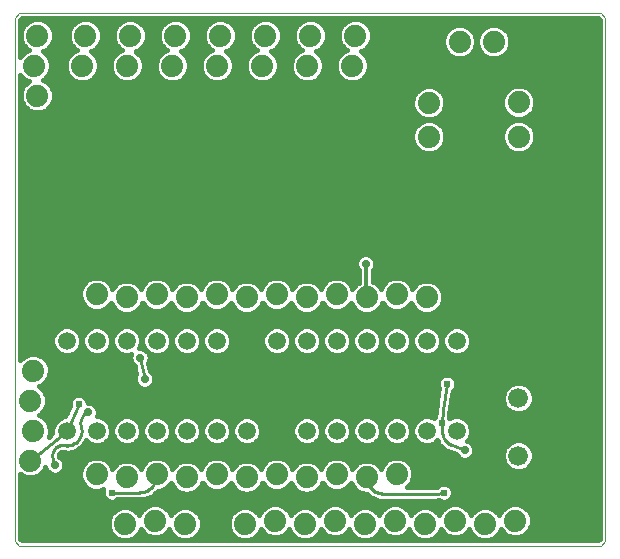
<source format=gbl>
G75*
G70*
%OFA0B0*%
%FSLAX24Y24*%
%IPPOS*%
%LPD*%
%AMOC8*
5,1,8,0,0,1.08239X$1,22.5*
%
%ADD10C,0.0000*%
%ADD11C,0.0591*%
%ADD12C,0.0660*%
%ADD13C,0.0740*%
%ADD14C,0.0356*%
%ADD15C,0.0160*%
%ADD16C,0.0277*%
%ADD17C,0.0100*%
%ADD18C,0.0240*%
%ADD19C,0.0120*%
D10*
X002337Y003180D02*
X002337Y003180D01*
X002180Y003337D01*
X002180Y003338D02*
X002180Y020778D01*
X002337Y020936D01*
X021708Y020936D01*
X021865Y020778D01*
X021865Y003337D01*
X021865Y003337D01*
X021708Y003180D01*
X021707Y003180D02*
X002337Y003180D01*
D11*
X003908Y007015D03*
X004908Y007015D03*
X005908Y007015D03*
X006908Y007015D03*
X007908Y007015D03*
X008908Y007015D03*
X009908Y007015D03*
X010908Y007015D03*
X011908Y007015D03*
X012908Y007015D03*
X013908Y007015D03*
X014908Y007015D03*
X015908Y007015D03*
X016908Y007015D03*
X016908Y010015D03*
X015908Y010015D03*
X014908Y010015D03*
X013908Y010015D03*
X012908Y010015D03*
X011908Y010015D03*
X010908Y010015D03*
X009908Y010015D03*
X008908Y010015D03*
X007908Y010015D03*
X006908Y010015D03*
X005908Y010015D03*
X004908Y010015D03*
X003908Y010015D03*
D12*
X018965Y008097D03*
X018965Y006176D03*
D13*
X018857Y004017D03*
X019857Y003917D03*
X017857Y003917D03*
X016857Y004017D03*
X015857Y003917D03*
X014857Y004017D03*
X013857Y003917D03*
X012857Y004017D03*
X011857Y003917D03*
X010857Y004017D03*
X009857Y003917D03*
X008857Y004017D03*
X007857Y003917D03*
X006857Y004017D03*
X005857Y003917D03*
X004857Y004017D03*
X005908Y005465D03*
X004908Y005565D03*
X006908Y005565D03*
X007908Y005465D03*
X008908Y005565D03*
X009908Y005465D03*
X010908Y005565D03*
X011908Y005465D03*
X012908Y005565D03*
X013908Y005465D03*
X014908Y005565D03*
X015908Y005465D03*
X015908Y011465D03*
X014908Y011565D03*
X013908Y011465D03*
X012908Y011565D03*
X011908Y011465D03*
X010908Y011565D03*
X009908Y011465D03*
X008908Y011565D03*
X007908Y011465D03*
X006908Y011565D03*
X005908Y011465D03*
X004908Y011565D03*
X002794Y011015D03*
X002694Y010015D03*
X002794Y009015D03*
X002694Y008015D03*
X002794Y007015D03*
X002694Y006015D03*
X002831Y017180D03*
X002931Y018180D03*
X002831Y019180D03*
X002931Y020180D03*
X004530Y020181D03*
X004430Y019181D03*
X004530Y018181D03*
X006026Y018181D03*
X005926Y019181D03*
X006026Y020181D03*
X007532Y020181D03*
X007432Y019181D03*
X007532Y018181D03*
X009028Y018182D03*
X008928Y019182D03*
X009028Y020182D03*
X010432Y019183D03*
X010532Y018183D03*
X012036Y018183D03*
X011936Y019183D03*
X012036Y020183D03*
X010532Y020183D03*
X013429Y019183D03*
X013529Y018183D03*
X013529Y020183D03*
X015983Y017950D03*
X015983Y016810D03*
X018978Y016814D03*
X018978Y017954D03*
X018146Y019982D03*
X017006Y019982D03*
D14*
X013719Y013889D03*
X013189Y008710D03*
X008011Y008419D03*
X019782Y011645D03*
X021121Y013828D03*
X020373Y007117D03*
X021352Y005387D03*
D15*
X021685Y005399D02*
X015434Y005399D01*
X015458Y005456D02*
X015458Y005675D01*
X015374Y005877D01*
X015219Y006032D01*
X015017Y006115D01*
X014798Y006115D01*
X014596Y006032D01*
X014441Y005877D01*
X014387Y005746D01*
X014374Y005777D01*
X014219Y005932D01*
X014017Y006015D01*
X013798Y006015D01*
X013596Y005932D01*
X013441Y005777D01*
X013428Y005746D01*
X013374Y005877D01*
X013219Y006032D01*
X013017Y006115D01*
X012798Y006115D01*
X012596Y006032D01*
X012441Y005877D01*
X012387Y005746D01*
X012374Y005777D01*
X012219Y005932D01*
X012017Y006015D01*
X011798Y006015D01*
X011596Y005932D01*
X011441Y005777D01*
X011428Y005746D01*
X011374Y005877D01*
X011219Y006032D01*
X011017Y006115D01*
X010798Y006115D01*
X010596Y006032D01*
X010441Y005877D01*
X010387Y005746D01*
X010374Y005777D01*
X010219Y005932D01*
X010017Y006015D01*
X009798Y006015D01*
X009596Y005932D01*
X009441Y005777D01*
X009428Y005746D01*
X009374Y005877D01*
X009219Y006032D01*
X009017Y006115D01*
X008798Y006115D01*
X008596Y006032D01*
X008441Y005877D01*
X008387Y005746D01*
X008374Y005777D01*
X008219Y005932D01*
X008017Y006015D01*
X007798Y006015D01*
X007596Y005932D01*
X007441Y005777D01*
X007428Y005746D01*
X007374Y005877D01*
X007219Y006032D01*
X007017Y006115D01*
X006798Y006115D01*
X006596Y006032D01*
X006441Y005877D01*
X006387Y005746D01*
X006374Y005777D01*
X006219Y005932D01*
X006017Y006015D01*
X005798Y006015D01*
X005596Y005932D01*
X005441Y005777D01*
X005428Y005746D01*
X005374Y005877D01*
X005219Y006032D01*
X005017Y006115D01*
X004798Y006115D01*
X004596Y006032D01*
X004441Y005877D01*
X004358Y005675D01*
X004358Y005456D01*
X004441Y005254D01*
X004596Y005099D01*
X004798Y005015D01*
X005017Y005015D01*
X005129Y005062D01*
X005108Y005011D01*
X005108Y004892D01*
X005154Y004782D01*
X005238Y004697D01*
X005349Y004652D01*
X005468Y004652D01*
X005578Y004697D01*
X005603Y004722D01*
X006481Y004722D01*
X006790Y004852D01*
X006947Y005015D01*
X007017Y005015D01*
X007219Y005099D01*
X007374Y005254D01*
X007387Y005285D01*
X007441Y005154D01*
X007596Y004999D01*
X007798Y004915D01*
X008017Y004915D01*
X008219Y004999D01*
X008374Y005154D01*
X008428Y005285D01*
X008441Y005254D01*
X008596Y005099D01*
X008798Y005015D01*
X009017Y005015D01*
X009219Y005099D01*
X009374Y005254D01*
X009387Y005285D01*
X009441Y005154D01*
X009596Y004999D01*
X009798Y004915D01*
X010017Y004915D01*
X010219Y004999D01*
X010374Y005154D01*
X010428Y005285D01*
X010441Y005254D01*
X010596Y005099D01*
X010798Y005015D01*
X011017Y005015D01*
X011219Y005099D01*
X011374Y005254D01*
X011387Y005285D01*
X011441Y005154D01*
X011596Y004999D01*
X011798Y004915D01*
X012017Y004915D01*
X012219Y004999D01*
X012374Y005154D01*
X012428Y005285D01*
X012441Y005254D01*
X012596Y005099D01*
X012798Y005015D01*
X013017Y005015D01*
X013219Y005099D01*
X013374Y005254D01*
X013387Y005285D01*
X013441Y005154D01*
X013596Y004999D01*
X013798Y004915D01*
X013905Y004915D01*
X014020Y004801D01*
X014308Y004682D01*
X014462Y004682D01*
X016119Y004682D01*
X016134Y004671D01*
X016212Y004682D01*
X016291Y004682D01*
X016304Y004695D01*
X016306Y004696D01*
X016412Y004652D01*
X016531Y004652D01*
X016641Y004697D01*
X016726Y004782D01*
X016771Y004892D01*
X016771Y005011D01*
X016726Y005122D01*
X016641Y005206D01*
X016531Y005252D01*
X016412Y005252D01*
X016301Y005206D01*
X016247Y005152D01*
X016179Y005142D01*
X015262Y005142D01*
X015374Y005254D01*
X015458Y005456D01*
X015458Y005558D02*
X021685Y005558D01*
X021685Y005716D02*
X019187Y005716D01*
X019254Y005744D02*
X019397Y005887D01*
X019475Y006075D01*
X019475Y006278D01*
X019397Y006465D01*
X019254Y006608D01*
X019066Y006686D01*
X018864Y006686D01*
X018676Y006608D01*
X018533Y006465D01*
X018455Y006278D01*
X018455Y006075D01*
X018533Y005887D01*
X018676Y005744D01*
X018864Y005666D01*
X019066Y005666D01*
X019254Y005744D01*
X019385Y005875D02*
X021685Y005875D01*
X021685Y006033D02*
X019458Y006033D01*
X019475Y006192D02*
X021685Y006192D01*
X021685Y006350D02*
X019445Y006350D01*
X019354Y006509D02*
X021685Y006509D01*
X021685Y006667D02*
X019112Y006667D01*
X018818Y006667D02*
X017293Y006667D01*
X017249Y006685D02*
X017310Y006746D01*
X017383Y006921D01*
X017383Y007110D01*
X017310Y007285D01*
X017177Y007418D01*
X017002Y007491D01*
X016813Y007491D01*
X016672Y007432D01*
X016667Y007444D01*
X016658Y007453D01*
X016669Y007578D01*
X016755Y008213D01*
X016779Y008339D01*
X016844Y008404D01*
X016889Y008514D01*
X016889Y008633D01*
X016844Y008744D01*
X016759Y008828D01*
X016649Y008874D01*
X016530Y008874D01*
X016420Y008828D01*
X016335Y008744D01*
X016289Y008633D01*
X016289Y008514D01*
X016325Y008429D01*
X016296Y008291D01*
X016205Y007625D01*
X016196Y007482D01*
X016158Y007444D01*
X016151Y007429D01*
X016002Y007491D01*
X015813Y007491D01*
X015638Y007418D01*
X015505Y007285D01*
X015432Y007110D01*
X015432Y006921D01*
X015505Y006746D01*
X015638Y006613D01*
X015813Y006540D01*
X016002Y006540D01*
X016177Y006613D01*
X016260Y006695D01*
X016326Y006551D01*
X016535Y006359D01*
X016579Y006343D01*
X016579Y006343D01*
X016609Y006332D01*
X016668Y006310D01*
X016730Y006288D01*
X016893Y006229D01*
X016910Y006188D01*
X016999Y006099D01*
X017117Y006050D01*
X017243Y006050D01*
X017361Y006099D01*
X017450Y006188D01*
X017499Y006306D01*
X017499Y006432D01*
X017450Y006550D01*
X017361Y006639D01*
X017249Y006685D01*
X017343Y006826D02*
X021685Y006826D01*
X021685Y006984D02*
X017383Y006984D01*
X017369Y007143D02*
X021685Y007143D01*
X021685Y007301D02*
X017294Y007301D01*
X017077Y007460D02*
X021685Y007460D01*
X021685Y007618D02*
X019141Y007618D01*
X019066Y007587D02*
X019254Y007665D01*
X019397Y007808D01*
X019475Y007996D01*
X019475Y008199D01*
X019397Y008386D01*
X019254Y008530D01*
X019066Y008607D01*
X018864Y008607D01*
X018676Y008530D01*
X018533Y008386D01*
X018455Y008199D01*
X018455Y007996D01*
X018533Y007808D01*
X018676Y007665D01*
X018864Y007587D01*
X019066Y007587D01*
X018790Y007618D02*
X016674Y007618D01*
X016659Y007460D02*
X016738Y007460D01*
X016696Y007777D02*
X018565Y007777D01*
X018480Y007935D02*
X016717Y007935D01*
X016739Y008094D02*
X018455Y008094D01*
X018477Y008252D02*
X016763Y008252D01*
X016847Y008411D02*
X018557Y008411D01*
X018771Y008569D02*
X016889Y008569D01*
X016850Y008728D02*
X021685Y008728D01*
X021685Y008886D02*
X006792Y008886D01*
X006781Y008912D02*
X006691Y009001D01*
X006683Y009005D01*
X006653Y009135D01*
X006625Y009264D01*
X006672Y009376D01*
X006672Y009503D01*
X006623Y009620D01*
X006534Y009710D01*
X006417Y009759D01*
X006316Y009759D01*
X006383Y009921D01*
X006383Y010110D01*
X006310Y010285D01*
X006177Y010418D01*
X006002Y010491D01*
X005813Y010491D01*
X005638Y010418D01*
X005505Y010285D01*
X005432Y010110D01*
X005432Y009921D01*
X005505Y009746D01*
X005638Y009613D01*
X005813Y009540D01*
X006002Y009540D01*
X006060Y009564D01*
X006034Y009503D01*
X006034Y009376D01*
X006083Y009259D01*
X006173Y009170D01*
X006200Y009034D01*
X006234Y008896D01*
X006192Y008795D01*
X006192Y008668D01*
X006240Y008551D01*
X006330Y008461D01*
X006447Y008412D01*
X006574Y008412D01*
X006691Y008461D01*
X006781Y008551D01*
X006829Y008668D01*
X006829Y008795D01*
X006781Y008912D01*
X006674Y009045D02*
X021685Y009045D01*
X021685Y009203D02*
X006638Y009203D01*
X006666Y009362D02*
X021685Y009362D01*
X021685Y009520D02*
X006665Y009520D01*
X006638Y009613D02*
X006813Y009540D01*
X007002Y009540D01*
X007177Y009613D01*
X007310Y009746D01*
X007383Y009921D01*
X007383Y010110D01*
X007310Y010285D01*
X007177Y010418D01*
X007002Y010491D01*
X006813Y010491D01*
X006638Y010418D01*
X006505Y010285D01*
X006432Y010110D01*
X006432Y009921D01*
X006505Y009746D01*
X006638Y009613D01*
X006572Y009679D02*
X006565Y009679D01*
X006467Y009837D02*
X006348Y009837D01*
X006383Y009996D02*
X006432Y009996D01*
X006451Y010154D02*
X006365Y010154D01*
X006283Y010313D02*
X006532Y010313D01*
X006765Y010471D02*
X006050Y010471D01*
X005765Y010471D02*
X005050Y010471D01*
X005002Y010491D02*
X004813Y010491D01*
X004638Y010418D01*
X004505Y010285D01*
X004432Y010110D01*
X004432Y009921D01*
X004505Y009746D01*
X004638Y009613D01*
X004813Y009540D01*
X005002Y009540D01*
X005177Y009613D01*
X005310Y009746D01*
X005383Y009921D01*
X005383Y010110D01*
X005310Y010285D01*
X005177Y010418D01*
X005002Y010491D01*
X004765Y010471D02*
X004050Y010471D01*
X004002Y010491D02*
X004177Y010418D01*
X004310Y010285D01*
X004383Y010110D01*
X004383Y009921D01*
X004310Y009746D01*
X004177Y009613D01*
X004002Y009540D01*
X003813Y009540D01*
X003638Y009613D01*
X003505Y009746D01*
X003432Y009921D01*
X003432Y010110D01*
X003505Y010285D01*
X003638Y010418D01*
X003813Y010491D01*
X004002Y010491D01*
X003765Y010471D02*
X002360Y010471D01*
X002360Y010313D02*
X003532Y010313D01*
X003451Y010154D02*
X002360Y010154D01*
X002360Y009996D02*
X003432Y009996D01*
X003467Y009837D02*
X002360Y009837D01*
X002360Y009679D02*
X003572Y009679D01*
X003226Y009362D02*
X006041Y009362D01*
X006041Y009520D02*
X003013Y009520D01*
X003105Y009482D02*
X002903Y009565D01*
X002684Y009565D01*
X002482Y009482D01*
X002360Y009360D01*
X002360Y018880D01*
X002365Y018869D01*
X002520Y018714D01*
X002651Y018660D01*
X002620Y018647D01*
X002465Y018492D01*
X002381Y018290D01*
X002381Y018071D01*
X002465Y017869D01*
X002620Y017714D01*
X002822Y017630D01*
X003041Y017630D01*
X003243Y017714D01*
X003397Y017869D01*
X003481Y018071D01*
X003481Y018290D01*
X003397Y018492D01*
X003243Y018647D01*
X003111Y018701D01*
X003143Y018714D01*
X003297Y018869D01*
X003381Y019071D01*
X003381Y019290D01*
X003297Y019492D01*
X003143Y019647D01*
X003111Y019660D01*
X003243Y019714D01*
X003397Y019869D01*
X003481Y020071D01*
X003481Y020290D01*
X003397Y020492D01*
X003243Y020647D01*
X003041Y020730D01*
X002822Y020730D01*
X002620Y020647D01*
X002465Y020492D01*
X002381Y020290D01*
X002381Y020071D01*
X002465Y019869D01*
X002620Y019714D01*
X002651Y019701D01*
X002520Y019647D01*
X002365Y019492D01*
X002360Y019480D01*
X002360Y020704D01*
X002412Y020756D01*
X021633Y020756D01*
X021685Y020704D01*
X021685Y003412D01*
X021633Y003360D01*
X002412Y003360D01*
X002360Y003412D01*
X002360Y005571D01*
X002382Y005549D01*
X002584Y005465D01*
X002803Y005465D01*
X003005Y005549D01*
X003160Y005704D01*
X003200Y005800D01*
X003200Y005794D01*
X003248Y005677D01*
X003338Y005587D01*
X003455Y005538D01*
X003582Y005538D01*
X003699Y005587D01*
X003789Y005677D01*
X003837Y005794D01*
X003837Y005921D01*
X003789Y006038D01*
X003699Y006127D01*
X003665Y006141D01*
X003662Y006153D01*
X003658Y006176D01*
X003665Y006222D01*
X003689Y006263D01*
X003726Y006290D01*
X003772Y006301D01*
X003796Y006300D01*
X003813Y006297D01*
X003943Y006275D01*
X004232Y006346D01*
X004469Y006526D01*
X004469Y006526D01*
X004562Y006689D01*
X004638Y006613D01*
X004813Y006540D01*
X005002Y006540D01*
X005177Y006613D01*
X005310Y006746D01*
X005383Y006921D01*
X005383Y007110D01*
X005310Y007285D01*
X005177Y007418D01*
X005002Y007491D01*
X004909Y007491D01*
X004940Y007565D01*
X004940Y007692D01*
X004891Y007809D01*
X004801Y007899D01*
X004684Y007948D01*
X004606Y007948D01*
X004606Y007964D01*
X004560Y008074D01*
X004476Y008159D01*
X004366Y008204D01*
X004246Y008204D01*
X004136Y008159D01*
X004052Y008074D01*
X004006Y007964D01*
X004006Y007845D01*
X004016Y007820D01*
X003869Y007491D01*
X003813Y007491D01*
X003638Y007418D01*
X003505Y007285D01*
X003432Y007110D01*
X003432Y006922D01*
X003308Y006819D01*
X003344Y006906D01*
X003344Y007125D01*
X003260Y007327D01*
X003105Y007482D01*
X002974Y007536D01*
X003005Y007549D01*
X003160Y007704D01*
X003244Y007906D01*
X003244Y008125D01*
X003160Y008327D01*
X003005Y008482D01*
X002974Y008495D01*
X003105Y008549D01*
X003260Y008704D01*
X003344Y008906D01*
X003344Y009125D01*
X003260Y009327D01*
X003105Y009482D01*
X003311Y009203D02*
X006139Y009203D01*
X006173Y009170D02*
X006173Y009170D01*
X006198Y009045D02*
X003344Y009045D01*
X003335Y008886D02*
X006230Y008886D01*
X006192Y008728D02*
X003270Y008728D01*
X003125Y008569D02*
X006233Y008569D01*
X006789Y008569D02*
X016289Y008569D01*
X016321Y008411D02*
X003077Y008411D01*
X003191Y008252D02*
X016291Y008252D01*
X016269Y008094D02*
X004541Y008094D01*
X004715Y007935D02*
X016248Y007935D01*
X016226Y007777D02*
X004905Y007777D01*
X004940Y007618D02*
X016205Y007618D01*
X016173Y007460D02*
X016077Y007460D01*
X015738Y007460D02*
X015077Y007460D01*
X015002Y007491D02*
X015177Y007418D01*
X015310Y007285D01*
X015383Y007110D01*
X015383Y006921D01*
X015310Y006746D01*
X015177Y006613D01*
X015002Y006540D01*
X014813Y006540D01*
X014638Y006613D01*
X014505Y006746D01*
X014432Y006921D01*
X014432Y007110D01*
X014505Y007285D01*
X014638Y007418D01*
X014813Y007491D01*
X015002Y007491D01*
X014738Y007460D02*
X014077Y007460D01*
X014002Y007491D02*
X013813Y007491D01*
X013638Y007418D01*
X013505Y007285D01*
X013432Y007110D01*
X013432Y006921D01*
X013505Y006746D01*
X013638Y006613D01*
X013813Y006540D01*
X014002Y006540D01*
X014177Y006613D01*
X014310Y006746D01*
X014383Y006921D01*
X014383Y007110D01*
X014310Y007285D01*
X014177Y007418D01*
X014002Y007491D01*
X013738Y007460D02*
X013077Y007460D01*
X013002Y007491D02*
X012813Y007491D01*
X012638Y007418D01*
X012505Y007285D01*
X012432Y007110D01*
X012432Y006921D01*
X012505Y006746D01*
X012638Y006613D01*
X012813Y006540D01*
X013002Y006540D01*
X013177Y006613D01*
X013310Y006746D01*
X013383Y006921D01*
X013383Y007110D01*
X013310Y007285D01*
X013177Y007418D01*
X013002Y007491D01*
X012738Y007460D02*
X012077Y007460D01*
X012002Y007491D02*
X011813Y007491D01*
X011638Y007418D01*
X011505Y007285D01*
X011432Y007110D01*
X011432Y006921D01*
X011505Y006746D01*
X011638Y006613D01*
X011813Y006540D01*
X012002Y006540D01*
X012177Y006613D01*
X012310Y006746D01*
X012383Y006921D01*
X012383Y007110D01*
X012310Y007285D01*
X012177Y007418D01*
X012002Y007491D01*
X011738Y007460D02*
X010077Y007460D01*
X010002Y007491D02*
X009813Y007491D01*
X009638Y007418D01*
X009505Y007285D01*
X009432Y007110D01*
X009432Y006921D01*
X009505Y006746D01*
X009638Y006613D01*
X009813Y006540D01*
X010002Y006540D01*
X010177Y006613D01*
X010310Y006746D01*
X010383Y006921D01*
X010383Y007110D01*
X010310Y007285D01*
X010177Y007418D01*
X010002Y007491D01*
X009738Y007460D02*
X009077Y007460D01*
X009002Y007491D02*
X008813Y007491D01*
X008638Y007418D01*
X008505Y007285D01*
X008432Y007110D01*
X008432Y006921D01*
X008505Y006746D01*
X008638Y006613D01*
X008813Y006540D01*
X009002Y006540D01*
X009177Y006613D01*
X009310Y006746D01*
X009383Y006921D01*
X009383Y007110D01*
X009310Y007285D01*
X009177Y007418D01*
X009002Y007491D01*
X008738Y007460D02*
X008077Y007460D01*
X008002Y007491D02*
X008177Y007418D01*
X008310Y007285D01*
X008383Y007110D01*
X008383Y006921D01*
X008310Y006746D01*
X008177Y006613D01*
X008002Y006540D01*
X007813Y006540D01*
X007638Y006613D01*
X007505Y006746D01*
X007432Y006921D01*
X007432Y007110D01*
X007505Y007285D01*
X007638Y007418D01*
X007813Y007491D01*
X008002Y007491D01*
X007738Y007460D02*
X007077Y007460D01*
X007002Y007491D02*
X006813Y007491D01*
X006638Y007418D01*
X006505Y007285D01*
X006432Y007110D01*
X006432Y006921D01*
X006505Y006746D01*
X006638Y006613D01*
X006813Y006540D01*
X007002Y006540D01*
X007177Y006613D01*
X007310Y006746D01*
X007383Y006921D01*
X007383Y007110D01*
X007310Y007285D01*
X007177Y007418D01*
X007002Y007491D01*
X006738Y007460D02*
X006077Y007460D01*
X006002Y007491D02*
X005813Y007491D01*
X005638Y007418D01*
X005505Y007285D01*
X005432Y007110D01*
X005432Y006921D01*
X005505Y006746D01*
X005638Y006613D01*
X005813Y006540D01*
X006002Y006540D01*
X006177Y006613D01*
X006310Y006746D01*
X006383Y006921D01*
X006383Y007110D01*
X006310Y007285D01*
X006177Y007418D01*
X006002Y007491D01*
X005738Y007460D02*
X005077Y007460D01*
X005294Y007301D02*
X005521Y007301D01*
X005446Y007143D02*
X005369Y007143D01*
X005383Y006984D02*
X005432Y006984D01*
X005472Y006826D02*
X005343Y006826D01*
X005231Y006667D02*
X005584Y006667D01*
X006231Y006667D02*
X006584Y006667D01*
X006472Y006826D02*
X006343Y006826D01*
X006383Y006984D02*
X006432Y006984D01*
X006446Y007143D02*
X006369Y007143D01*
X006294Y007301D02*
X006521Y007301D01*
X007231Y006667D02*
X007584Y006667D01*
X007472Y006826D02*
X007343Y006826D01*
X007383Y006984D02*
X007432Y006984D01*
X007446Y007143D02*
X007369Y007143D01*
X007294Y007301D02*
X007521Y007301D01*
X008294Y007301D02*
X008521Y007301D01*
X008446Y007143D02*
X008369Y007143D01*
X008383Y006984D02*
X008432Y006984D01*
X008472Y006826D02*
X008343Y006826D01*
X008231Y006667D02*
X008584Y006667D01*
X008599Y006033D02*
X007216Y006033D01*
X007375Y005875D02*
X007539Y005875D01*
X008276Y005875D02*
X008440Y005875D01*
X008410Y005241D02*
X008455Y005241D01*
X008302Y005082D02*
X008637Y005082D01*
X009178Y005082D02*
X009513Y005082D01*
X009405Y005241D02*
X009360Y005241D01*
X009779Y004924D02*
X008036Y004924D01*
X007779Y004924D02*
X006858Y004924D01*
X006790Y004852D02*
X006790Y004852D01*
X006584Y004765D02*
X014107Y004765D01*
X014020Y004801D02*
X014020Y004801D01*
X013779Y004924D02*
X012036Y004924D01*
X011779Y004924D02*
X010036Y004924D01*
X010302Y005082D02*
X010637Y005082D01*
X010455Y005241D02*
X010410Y005241D01*
X010748Y004567D02*
X010546Y004484D01*
X010391Y004329D01*
X010336Y004198D01*
X010323Y004229D01*
X010169Y004384D01*
X009967Y004467D01*
X009748Y004467D01*
X009546Y004384D01*
X009391Y004229D01*
X009307Y004027D01*
X009307Y003808D01*
X009391Y003606D01*
X009546Y003451D01*
X009748Y003367D01*
X009967Y003367D01*
X010169Y003451D01*
X010323Y003606D01*
X010378Y003737D01*
X010391Y003706D01*
X010546Y003551D01*
X010748Y003467D01*
X010967Y003467D01*
X011169Y003551D01*
X011323Y003706D01*
X011336Y003737D01*
X011391Y003606D01*
X011546Y003451D01*
X011748Y003367D01*
X011967Y003367D01*
X012169Y003451D01*
X012323Y003606D01*
X012378Y003737D01*
X012391Y003706D01*
X012546Y003551D01*
X012748Y003467D01*
X012967Y003467D01*
X013169Y003551D01*
X013323Y003706D01*
X013336Y003737D01*
X013391Y003606D01*
X013546Y003451D01*
X013748Y003367D01*
X013967Y003367D01*
X014169Y003451D01*
X014323Y003606D01*
X014378Y003737D01*
X014391Y003706D01*
X014546Y003551D01*
X014748Y003467D01*
X014967Y003467D01*
X015169Y003551D01*
X015323Y003706D01*
X015336Y003737D01*
X015391Y003606D01*
X015546Y003451D01*
X015748Y003367D01*
X015967Y003367D01*
X016169Y003451D01*
X016323Y003606D01*
X016378Y003737D01*
X016391Y003706D01*
X016546Y003551D01*
X016748Y003467D01*
X016967Y003467D01*
X017169Y003551D01*
X017323Y003706D01*
X017336Y003737D01*
X017391Y003606D01*
X017546Y003451D01*
X017748Y003367D01*
X017967Y003367D01*
X018169Y003451D01*
X018323Y003606D01*
X018378Y003737D01*
X018391Y003706D01*
X018546Y003551D01*
X018748Y003467D01*
X018967Y003467D01*
X019169Y003551D01*
X019323Y003706D01*
X019407Y003908D01*
X019407Y004127D01*
X019323Y004329D01*
X019169Y004484D01*
X018967Y004567D01*
X018748Y004567D01*
X018546Y004484D01*
X018391Y004329D01*
X018336Y004198D01*
X018323Y004229D01*
X018169Y004384D01*
X017967Y004467D01*
X017748Y004467D01*
X017546Y004384D01*
X017391Y004229D01*
X017378Y004198D01*
X017323Y004329D01*
X017169Y004484D01*
X016967Y004567D01*
X016748Y004567D01*
X016546Y004484D01*
X016391Y004329D01*
X016336Y004198D01*
X016323Y004229D01*
X016169Y004384D01*
X015967Y004467D01*
X015748Y004467D01*
X015546Y004384D01*
X015391Y004229D01*
X015378Y004198D01*
X015323Y004329D01*
X015169Y004484D01*
X014967Y004567D01*
X014748Y004567D01*
X014546Y004484D01*
X014391Y004329D01*
X014336Y004198D01*
X014323Y004229D01*
X014169Y004384D01*
X013967Y004467D01*
X013748Y004467D01*
X013546Y004384D01*
X013391Y004229D01*
X013378Y004198D01*
X013323Y004329D01*
X013169Y004484D01*
X012967Y004567D01*
X012748Y004567D01*
X012546Y004484D01*
X012391Y004329D01*
X012336Y004198D01*
X012323Y004229D01*
X012169Y004384D01*
X011967Y004467D01*
X011748Y004467D01*
X011546Y004384D01*
X011391Y004229D01*
X011378Y004198D01*
X011323Y004329D01*
X011169Y004484D01*
X010967Y004567D01*
X010748Y004567D01*
X010510Y004448D02*
X010013Y004448D01*
X010263Y004290D02*
X010375Y004290D01*
X010344Y003656D02*
X010441Y003656D01*
X010215Y003497D02*
X010676Y003497D01*
X011038Y003497D02*
X011500Y003497D01*
X011370Y003656D02*
X011273Y003656D01*
X011340Y004290D02*
X011451Y004290D01*
X011204Y004448D02*
X011701Y004448D01*
X012013Y004448D02*
X012510Y004448D01*
X012375Y004290D02*
X012263Y004290D01*
X012344Y003656D02*
X012441Y003656D01*
X012215Y003497D02*
X012676Y003497D01*
X013038Y003497D02*
X013500Y003497D01*
X013370Y003656D02*
X013273Y003656D01*
X013340Y004290D02*
X013451Y004290D01*
X013204Y004448D02*
X013701Y004448D01*
X014013Y004448D02*
X014510Y004448D01*
X014375Y004290D02*
X014263Y004290D01*
X014308Y004682D02*
X014308Y004682D01*
X013513Y005082D02*
X013178Y005082D01*
X013360Y005241D02*
X013405Y005241D01*
X013375Y005875D02*
X013539Y005875D01*
X013216Y006033D02*
X014599Y006033D01*
X014440Y005875D02*
X014276Y005875D01*
X014231Y006667D02*
X014584Y006667D01*
X014472Y006826D02*
X014343Y006826D01*
X014383Y006984D02*
X014432Y006984D01*
X014446Y007143D02*
X014369Y007143D01*
X014294Y007301D02*
X014521Y007301D01*
X015294Y007301D02*
X015521Y007301D01*
X015446Y007143D02*
X015369Y007143D01*
X015383Y006984D02*
X015432Y006984D01*
X015472Y006826D02*
X015343Y006826D01*
X015231Y006667D02*
X015584Y006667D01*
X016231Y006667D02*
X016273Y006667D01*
X016326Y006551D02*
X016326Y006551D01*
X016372Y006509D02*
X004446Y006509D01*
X004469Y006526D02*
X004469Y006526D01*
X004549Y006667D02*
X004584Y006667D01*
X004237Y006350D02*
X016559Y006350D01*
X016535Y006359D02*
X016535Y006359D01*
X016909Y006192D02*
X003660Y006192D01*
X003662Y006153D02*
X003662Y006153D01*
X003791Y006033D02*
X004599Y006033D01*
X004440Y005875D02*
X003837Y005875D01*
X003805Y005716D02*
X004375Y005716D01*
X004358Y005558D02*
X003628Y005558D01*
X003409Y005558D02*
X003014Y005558D01*
X003165Y005716D02*
X003232Y005716D01*
X004232Y006346D02*
X004232Y006346D01*
X003432Y006984D02*
X003344Y006984D01*
X003336Y007143D02*
X003446Y007143D01*
X003521Y007301D02*
X003271Y007301D01*
X003128Y007460D02*
X003738Y007460D01*
X003926Y007618D02*
X003074Y007618D01*
X003190Y007777D02*
X003997Y007777D01*
X004006Y007935D02*
X003244Y007935D01*
X003244Y008094D02*
X004071Y008094D01*
X003315Y006826D02*
X003310Y006826D01*
X002374Y005558D02*
X002360Y005558D01*
X002360Y005399D02*
X004381Y005399D01*
X004455Y005241D02*
X002360Y005241D01*
X002360Y005082D02*
X004637Y005082D01*
X005108Y004924D02*
X002360Y004924D01*
X002360Y004765D02*
X005171Y004765D01*
X005546Y004384D02*
X005391Y004229D01*
X005307Y004027D01*
X005307Y003808D01*
X005391Y003606D01*
X005546Y003451D01*
X005748Y003367D01*
X005967Y003367D01*
X006169Y003451D01*
X006323Y003606D01*
X006378Y003737D01*
X006391Y003706D01*
X006546Y003551D01*
X006748Y003467D01*
X006967Y003467D01*
X007169Y003551D01*
X007323Y003706D01*
X007336Y003737D01*
X007391Y003606D01*
X007546Y003451D01*
X007748Y003367D01*
X007967Y003367D01*
X008169Y003451D01*
X008323Y003606D01*
X008407Y003808D01*
X008407Y004027D01*
X008323Y004229D01*
X008169Y004384D01*
X007967Y004467D01*
X007748Y004467D01*
X007546Y004384D01*
X007391Y004229D01*
X007378Y004198D01*
X007323Y004329D01*
X007169Y004484D01*
X006967Y004567D01*
X006748Y004567D01*
X006546Y004484D01*
X006391Y004329D01*
X006336Y004198D01*
X006323Y004229D01*
X006169Y004384D01*
X005967Y004467D01*
X005748Y004467D01*
X005546Y004384D01*
X005451Y004290D02*
X002360Y004290D01*
X002360Y004448D02*
X005701Y004448D01*
X006013Y004448D02*
X006510Y004448D01*
X006375Y004290D02*
X006263Y004290D01*
X006344Y003656D02*
X006441Y003656D01*
X006215Y003497D02*
X006676Y003497D01*
X007038Y003497D02*
X007500Y003497D01*
X007370Y003656D02*
X007273Y003656D01*
X007340Y004290D02*
X007451Y004290D01*
X007204Y004448D02*
X007701Y004448D01*
X008013Y004448D02*
X009701Y004448D01*
X009451Y004290D02*
X008263Y004290D01*
X008364Y004131D02*
X009350Y004131D01*
X009307Y003973D02*
X008407Y003973D01*
X008407Y003814D02*
X009307Y003814D01*
X009370Y003656D02*
X008344Y003656D01*
X008215Y003497D02*
X009500Y003497D01*
X011178Y005082D02*
X011513Y005082D01*
X011405Y005241D02*
X011360Y005241D01*
X011375Y005875D02*
X011539Y005875D01*
X011216Y006033D02*
X012599Y006033D01*
X012440Y005875D02*
X012276Y005875D01*
X012410Y005241D02*
X012455Y005241D01*
X012302Y005082D02*
X012637Y005082D01*
X012584Y006667D02*
X012231Y006667D01*
X012343Y006826D02*
X012472Y006826D01*
X012432Y006984D02*
X012383Y006984D01*
X012369Y007143D02*
X012446Y007143D01*
X012521Y007301D02*
X012294Y007301D01*
X011584Y006667D02*
X010231Y006667D01*
X010343Y006826D02*
X011472Y006826D01*
X011432Y006984D02*
X010383Y006984D01*
X010369Y007143D02*
X011446Y007143D01*
X011521Y007301D02*
X010294Y007301D01*
X009521Y007301D02*
X009294Y007301D01*
X009369Y007143D02*
X009446Y007143D01*
X009432Y006984D02*
X009383Y006984D01*
X009343Y006826D02*
X009472Y006826D01*
X009584Y006667D02*
X009231Y006667D01*
X009216Y006033D02*
X010599Y006033D01*
X010440Y005875D02*
X010276Y005875D01*
X009539Y005875D02*
X009375Y005875D01*
X007513Y005082D02*
X007178Y005082D01*
X007360Y005241D02*
X007405Y005241D01*
X006599Y006033D02*
X005216Y006033D01*
X005375Y005875D02*
X005539Y005875D01*
X006276Y005875D02*
X006440Y005875D01*
X005350Y004131D02*
X002360Y004131D01*
X002360Y003973D02*
X005307Y003973D01*
X005307Y003814D02*
X002360Y003814D01*
X002360Y003656D02*
X005370Y003656D01*
X005500Y003497D02*
X002360Y003497D01*
X002360Y004607D02*
X021685Y004607D01*
X021685Y004765D02*
X016709Y004765D01*
X016771Y004924D02*
X021685Y004924D01*
X021685Y005082D02*
X016742Y005082D01*
X016558Y005241D02*
X021685Y005241D01*
X021685Y004448D02*
X019204Y004448D01*
X019340Y004290D02*
X021685Y004290D01*
X021685Y004131D02*
X019405Y004131D01*
X019407Y003973D02*
X021685Y003973D01*
X021685Y003814D02*
X019368Y003814D01*
X019273Y003656D02*
X021685Y003656D01*
X021685Y003497D02*
X019038Y003497D01*
X018676Y003497D02*
X018215Y003497D01*
X018344Y003656D02*
X018441Y003656D01*
X018375Y004290D02*
X018263Y004290D01*
X018510Y004448D02*
X018013Y004448D01*
X017701Y004448D02*
X017204Y004448D01*
X017340Y004290D02*
X017451Y004290D01*
X017370Y003656D02*
X017273Y003656D01*
X017500Y003497D02*
X017038Y003497D01*
X016676Y003497D02*
X016215Y003497D01*
X016344Y003656D02*
X016441Y003656D01*
X016375Y004290D02*
X016263Y004290D01*
X016510Y004448D02*
X016013Y004448D01*
X015701Y004448D02*
X015204Y004448D01*
X015340Y004290D02*
X015451Y004290D01*
X015370Y003656D02*
X015273Y003656D01*
X015500Y003497D02*
X015038Y003497D01*
X014676Y003497D02*
X014215Y003497D01*
X014344Y003656D02*
X014441Y003656D01*
X015360Y005241D02*
X016385Y005241D01*
X015441Y005716D02*
X018743Y005716D01*
X018545Y005875D02*
X015375Y005875D01*
X015216Y006033D02*
X018472Y006033D01*
X018455Y006192D02*
X017451Y006192D01*
X017499Y006350D02*
X018485Y006350D01*
X018576Y006509D02*
X017467Y006509D01*
X019365Y007777D02*
X021685Y007777D01*
X021685Y007935D02*
X019450Y007935D01*
X019475Y008094D02*
X021685Y008094D01*
X021685Y008252D02*
X019453Y008252D01*
X019373Y008411D02*
X021685Y008411D01*
X021685Y008569D02*
X019159Y008569D01*
X017310Y009746D02*
X017383Y009921D01*
X017383Y010110D01*
X017310Y010285D01*
X017177Y010418D01*
X017002Y010491D01*
X016813Y010491D01*
X016638Y010418D01*
X016505Y010285D01*
X016432Y010110D01*
X016432Y009921D01*
X016505Y009746D01*
X016638Y009613D01*
X016813Y009540D01*
X017002Y009540D01*
X017177Y009613D01*
X017310Y009746D01*
X017243Y009679D02*
X021685Y009679D01*
X021685Y009837D02*
X017348Y009837D01*
X017383Y009996D02*
X021685Y009996D01*
X021685Y010154D02*
X017365Y010154D01*
X017283Y010313D02*
X021685Y010313D01*
X021685Y010471D02*
X017050Y010471D01*
X016765Y010471D02*
X016050Y010471D01*
X016002Y010491D02*
X015813Y010491D01*
X015638Y010418D01*
X015505Y010285D01*
X015432Y010110D01*
X015432Y009921D01*
X015505Y009746D01*
X015638Y009613D01*
X015813Y009540D01*
X016002Y009540D01*
X016177Y009613D01*
X016310Y009746D01*
X016383Y009921D01*
X016383Y010110D01*
X016310Y010285D01*
X016177Y010418D01*
X016002Y010491D01*
X015765Y010471D02*
X015050Y010471D01*
X015002Y010491D02*
X014813Y010491D01*
X014638Y010418D01*
X014505Y010285D01*
X014432Y010110D01*
X014432Y009921D01*
X014505Y009746D01*
X014638Y009613D01*
X014813Y009540D01*
X015002Y009540D01*
X015177Y009613D01*
X015310Y009746D01*
X015383Y009921D01*
X015383Y010110D01*
X015310Y010285D01*
X015177Y010418D01*
X015002Y010491D01*
X014765Y010471D02*
X014050Y010471D01*
X014002Y010491D02*
X013813Y010491D01*
X013638Y010418D01*
X013505Y010285D01*
X013432Y010110D01*
X013432Y009921D01*
X013505Y009746D01*
X013638Y009613D01*
X013813Y009540D01*
X014002Y009540D01*
X014177Y009613D01*
X014310Y009746D01*
X014383Y009921D01*
X014383Y010110D01*
X014310Y010285D01*
X014177Y010418D01*
X014002Y010491D01*
X013765Y010471D02*
X013050Y010471D01*
X013002Y010491D02*
X012813Y010491D01*
X012638Y010418D01*
X012505Y010285D01*
X012432Y010110D01*
X012432Y009921D01*
X012505Y009746D01*
X012638Y009613D01*
X012813Y009540D01*
X013002Y009540D01*
X013177Y009613D01*
X013310Y009746D01*
X013383Y009921D01*
X013383Y010110D01*
X013310Y010285D01*
X013177Y010418D01*
X013002Y010491D01*
X012765Y010471D02*
X012050Y010471D01*
X012002Y010491D02*
X011813Y010491D01*
X011638Y010418D01*
X011505Y010285D01*
X011432Y010110D01*
X011432Y009921D01*
X011505Y009746D01*
X011638Y009613D01*
X011813Y009540D01*
X012002Y009540D01*
X012177Y009613D01*
X012310Y009746D01*
X012383Y009921D01*
X012383Y010110D01*
X012310Y010285D01*
X012177Y010418D01*
X012002Y010491D01*
X011765Y010471D02*
X011050Y010471D01*
X011002Y010491D02*
X011177Y010418D01*
X011310Y010285D01*
X011383Y010110D01*
X011383Y009921D01*
X011310Y009746D01*
X011177Y009613D01*
X011002Y009540D01*
X010813Y009540D01*
X010638Y009613D01*
X010505Y009746D01*
X010432Y009921D01*
X010432Y010110D01*
X010505Y010285D01*
X010638Y010418D01*
X010813Y010491D01*
X011002Y010491D01*
X010765Y010471D02*
X009050Y010471D01*
X009002Y010491D02*
X008813Y010491D01*
X008638Y010418D01*
X008505Y010285D01*
X008432Y010110D01*
X008432Y009921D01*
X008505Y009746D01*
X008638Y009613D01*
X008813Y009540D01*
X009002Y009540D01*
X009177Y009613D01*
X009310Y009746D01*
X009383Y009921D01*
X009383Y010110D01*
X009310Y010285D01*
X009177Y010418D01*
X009002Y010491D01*
X008765Y010471D02*
X008050Y010471D01*
X008002Y010491D02*
X007813Y010491D01*
X007638Y010418D01*
X007505Y010285D01*
X007432Y010110D01*
X007432Y009921D01*
X007505Y009746D01*
X007638Y009613D01*
X007813Y009540D01*
X008002Y009540D01*
X008177Y009613D01*
X008310Y009746D01*
X008383Y009921D01*
X008383Y010110D01*
X008310Y010285D01*
X008177Y010418D01*
X008002Y010491D01*
X007765Y010471D02*
X007050Y010471D01*
X007283Y010313D02*
X007532Y010313D01*
X007451Y010154D02*
X007365Y010154D01*
X007383Y009996D02*
X007432Y009996D01*
X007467Y009837D02*
X007348Y009837D01*
X007243Y009679D02*
X007572Y009679D01*
X008243Y009679D02*
X008572Y009679D01*
X008467Y009837D02*
X008348Y009837D01*
X008383Y009996D02*
X008432Y009996D01*
X008451Y010154D02*
X008365Y010154D01*
X008283Y010313D02*
X008532Y010313D01*
X009283Y010313D02*
X010532Y010313D01*
X010451Y010154D02*
X009365Y010154D01*
X009383Y009996D02*
X010432Y009996D01*
X010467Y009837D02*
X009348Y009837D01*
X009243Y009679D02*
X010572Y009679D01*
X011243Y009679D02*
X011572Y009679D01*
X011467Y009837D02*
X011348Y009837D01*
X011383Y009996D02*
X011432Y009996D01*
X011451Y010154D02*
X011365Y010154D01*
X011283Y010313D02*
X011532Y010313D01*
X011798Y010915D02*
X012017Y010915D01*
X012219Y010999D01*
X012374Y011154D01*
X012428Y011285D01*
X012441Y011254D01*
X012596Y011099D01*
X012798Y011015D01*
X013017Y011015D01*
X013219Y011099D01*
X013374Y011254D01*
X013387Y011285D01*
X013441Y011154D01*
X013596Y010999D01*
X013798Y010915D01*
X014017Y010915D01*
X014219Y010999D01*
X014374Y011154D01*
X014428Y011285D01*
X014441Y011254D01*
X014596Y011099D01*
X014798Y011015D01*
X015017Y011015D01*
X015219Y011099D01*
X015374Y011254D01*
X015387Y011285D01*
X015441Y011154D01*
X015596Y010999D01*
X015798Y010915D01*
X016017Y010915D01*
X016219Y010999D01*
X016374Y011154D01*
X016458Y011356D01*
X016458Y011575D01*
X016374Y011777D01*
X016219Y011932D01*
X016017Y012015D01*
X015798Y012015D01*
X015596Y011932D01*
X015441Y011777D01*
X015428Y011746D01*
X015374Y011877D01*
X015219Y012032D01*
X015017Y012115D01*
X014798Y012115D01*
X014596Y012032D01*
X014441Y011877D01*
X014387Y011746D01*
X014374Y011777D01*
X014219Y011932D01*
X014120Y011973D01*
X014120Y012369D01*
X014150Y012399D01*
X014199Y012517D01*
X014199Y012643D01*
X014150Y012761D01*
X014061Y012850D01*
X013943Y012899D01*
X013817Y012899D01*
X013699Y012850D01*
X013610Y012761D01*
X013561Y012643D01*
X013561Y012517D01*
X013610Y012399D01*
X013640Y012369D01*
X013640Y011950D01*
X013596Y011932D01*
X013441Y011777D01*
X013428Y011746D01*
X013374Y011877D01*
X013219Y012032D01*
X013017Y012115D01*
X012798Y012115D01*
X012596Y012032D01*
X012441Y011877D01*
X012387Y011746D01*
X012374Y011777D01*
X012219Y011932D01*
X012017Y012015D01*
X011798Y012015D01*
X011596Y011932D01*
X011441Y011777D01*
X011428Y011746D01*
X011374Y011877D01*
X011219Y012032D01*
X011017Y012115D01*
X010798Y012115D01*
X010596Y012032D01*
X010441Y011877D01*
X010387Y011746D01*
X010374Y011777D01*
X010219Y011932D01*
X010017Y012015D01*
X009798Y012015D01*
X009596Y011932D01*
X009441Y011777D01*
X009428Y011746D01*
X009374Y011877D01*
X009219Y012032D01*
X009017Y012115D01*
X008798Y012115D01*
X008596Y012032D01*
X008441Y011877D01*
X008387Y011746D01*
X008374Y011777D01*
X008219Y011932D01*
X008017Y012015D01*
X007798Y012015D01*
X007596Y011932D01*
X007441Y011777D01*
X007428Y011746D01*
X007374Y011877D01*
X007219Y012032D01*
X007017Y012115D01*
X006798Y012115D01*
X006596Y012032D01*
X006441Y011877D01*
X006387Y011746D01*
X006374Y011777D01*
X006219Y011932D01*
X006017Y012015D01*
X005798Y012015D01*
X005596Y011932D01*
X005441Y011777D01*
X005428Y011746D01*
X005374Y011877D01*
X005219Y012032D01*
X005017Y012115D01*
X004798Y012115D01*
X004596Y012032D01*
X004441Y011877D01*
X004358Y011675D01*
X004358Y011456D01*
X004441Y011254D01*
X004596Y011099D01*
X004798Y011015D01*
X005017Y011015D01*
X005219Y011099D01*
X005374Y011254D01*
X005387Y011285D01*
X005441Y011154D01*
X005596Y010999D01*
X005798Y010915D01*
X006017Y010915D01*
X006219Y010999D01*
X006374Y011154D01*
X006428Y011285D01*
X006441Y011254D01*
X006596Y011099D01*
X006798Y011015D01*
X007017Y011015D01*
X007219Y011099D01*
X007374Y011254D01*
X007387Y011285D01*
X007441Y011154D01*
X007596Y010999D01*
X007798Y010915D01*
X008017Y010915D01*
X008219Y010999D01*
X008374Y011154D01*
X008428Y011285D01*
X008441Y011254D01*
X008596Y011099D01*
X008798Y011015D01*
X009017Y011015D01*
X009219Y011099D01*
X009374Y011254D01*
X009387Y011285D01*
X009441Y011154D01*
X009596Y010999D01*
X009798Y010915D01*
X010017Y010915D01*
X010219Y010999D01*
X010374Y011154D01*
X010428Y011285D01*
X010441Y011254D01*
X010596Y011099D01*
X010798Y011015D01*
X011017Y011015D01*
X011219Y011099D01*
X011374Y011254D01*
X011387Y011285D01*
X011441Y011154D01*
X011596Y010999D01*
X011798Y010915D01*
X011723Y010947D02*
X010092Y010947D01*
X010325Y011105D02*
X010590Y011105D01*
X010437Y011264D02*
X010419Y011264D01*
X009723Y010947D02*
X008092Y010947D01*
X008325Y011105D02*
X008590Y011105D01*
X008437Y011264D02*
X008419Y011264D01*
X008462Y011898D02*
X008253Y011898D01*
X008655Y012056D02*
X007160Y012056D01*
X007353Y011898D02*
X007562Y011898D01*
X007396Y011264D02*
X007378Y011264D01*
X007490Y011105D02*
X007225Y011105D01*
X007723Y010947D02*
X006092Y010947D01*
X006325Y011105D02*
X006590Y011105D01*
X006437Y011264D02*
X006419Y011264D01*
X005723Y010947D02*
X002360Y010947D01*
X002360Y011105D02*
X004590Y011105D01*
X004437Y011264D02*
X002360Y011264D01*
X002360Y011422D02*
X004372Y011422D01*
X004358Y011581D02*
X002360Y011581D01*
X002360Y011739D02*
X004384Y011739D01*
X004462Y011898D02*
X002360Y011898D01*
X002360Y012056D02*
X004655Y012056D01*
X005160Y012056D02*
X006655Y012056D01*
X006462Y011898D02*
X006253Y011898D01*
X005562Y011898D02*
X005353Y011898D01*
X005378Y011264D02*
X005396Y011264D01*
X005490Y011105D02*
X005225Y011105D01*
X005283Y010313D02*
X005532Y010313D01*
X005451Y010154D02*
X005365Y010154D01*
X005383Y009996D02*
X005432Y009996D01*
X005467Y009837D02*
X005348Y009837D01*
X005243Y009679D02*
X005572Y009679D01*
X004572Y009679D02*
X004243Y009679D01*
X004348Y009837D02*
X004467Y009837D01*
X004432Y009996D02*
X004383Y009996D01*
X004365Y010154D02*
X004451Y010154D01*
X004532Y010313D02*
X004283Y010313D01*
X002575Y009520D02*
X002360Y009520D01*
X002360Y009362D02*
X002362Y009362D01*
X002360Y010630D02*
X021685Y010630D01*
X021685Y010788D02*
X002360Y010788D01*
X002360Y012215D02*
X013640Y012215D01*
X013636Y012373D02*
X002360Y012373D01*
X002360Y012532D02*
X013561Y012532D01*
X013581Y012690D02*
X002360Y012690D01*
X002360Y012849D02*
X013698Y012849D01*
X014062Y012849D02*
X021685Y012849D01*
X021685Y013007D02*
X002360Y013007D01*
X002360Y013166D02*
X021685Y013166D01*
X021685Y013324D02*
X002360Y013324D01*
X002360Y013483D02*
X021685Y013483D01*
X021685Y013641D02*
X002360Y013641D01*
X002360Y013800D02*
X021685Y013800D01*
X021685Y013958D02*
X002360Y013958D01*
X002360Y014117D02*
X021685Y014117D01*
X021685Y014275D02*
X002360Y014275D01*
X002360Y014434D02*
X021685Y014434D01*
X021685Y014592D02*
X002360Y014592D01*
X002360Y014751D02*
X021685Y014751D01*
X021685Y014909D02*
X002360Y014909D01*
X002360Y015068D02*
X021685Y015068D01*
X021685Y015226D02*
X002360Y015226D01*
X002360Y015385D02*
X021685Y015385D01*
X021685Y015543D02*
X002360Y015543D01*
X002360Y015702D02*
X021685Y015702D01*
X021685Y015860D02*
X002360Y015860D01*
X002360Y016019D02*
X021685Y016019D01*
X021685Y016177D02*
X002360Y016177D01*
X002360Y016336D02*
X015691Y016336D01*
X015671Y016344D02*
X015873Y016260D01*
X016092Y016260D01*
X016294Y016344D01*
X016449Y016499D01*
X016533Y016701D01*
X016533Y016920D01*
X016449Y017122D01*
X016294Y017276D01*
X016092Y017360D01*
X015873Y017360D01*
X015671Y017276D01*
X015516Y017122D01*
X015433Y016920D01*
X015433Y016701D01*
X015516Y016499D01*
X015671Y016344D01*
X015521Y016494D02*
X002360Y016494D01*
X002360Y016653D02*
X015453Y016653D01*
X015433Y016811D02*
X002360Y016811D01*
X002360Y016970D02*
X015453Y016970D01*
X015523Y017128D02*
X002360Y017128D01*
X002360Y017287D02*
X015695Y017287D01*
X015765Y017445D02*
X002360Y017445D01*
X002360Y017604D02*
X015551Y017604D01*
X015516Y017639D02*
X015671Y017484D01*
X015873Y017400D01*
X016092Y017400D01*
X016294Y017484D01*
X016449Y017639D01*
X016533Y017841D01*
X016533Y018060D01*
X016449Y018262D01*
X016294Y018416D01*
X016092Y018500D01*
X015873Y018500D01*
X015671Y018416D01*
X015516Y018262D01*
X015433Y018060D01*
X015433Y017841D01*
X015516Y017639D01*
X015465Y017762D02*
X003291Y017762D01*
X003419Y017921D02*
X015433Y017921D01*
X015441Y018079D02*
X003481Y018079D01*
X003481Y018238D02*
X015506Y018238D01*
X015651Y018396D02*
X003437Y018396D01*
X003335Y018555D02*
X021685Y018555D01*
X021685Y018713D02*
X013732Y018713D01*
X013741Y018717D02*
X013896Y018872D01*
X013979Y019074D01*
X013979Y019293D01*
X013896Y019495D01*
X013741Y019649D01*
X013710Y019662D01*
X013841Y019717D01*
X013996Y019872D01*
X014079Y020074D01*
X014079Y020293D01*
X013996Y020495D01*
X013841Y020649D01*
X013639Y020733D01*
X013420Y020733D01*
X013218Y020649D01*
X013063Y020495D01*
X012979Y020293D01*
X012979Y020074D01*
X013063Y019872D01*
X013218Y019717D01*
X013249Y019704D01*
X013118Y019649D01*
X012963Y019495D01*
X012879Y019293D01*
X012879Y019074D01*
X012963Y018872D01*
X013118Y018717D01*
X013320Y018633D01*
X013539Y018633D01*
X013741Y018717D01*
X013896Y018872D02*
X021685Y018872D01*
X021685Y019030D02*
X013961Y019030D01*
X013979Y019189D02*
X021685Y019189D01*
X021685Y019347D02*
X013957Y019347D01*
X013885Y019506D02*
X016718Y019506D01*
X016695Y019515D02*
X016897Y019432D01*
X017116Y019432D01*
X017318Y019515D01*
X017472Y019670D01*
X017556Y019872D01*
X017556Y020091D01*
X017472Y020293D01*
X017318Y020448D01*
X017116Y020532D01*
X016897Y020532D01*
X016695Y020448D01*
X016540Y020293D01*
X016456Y020091D01*
X016456Y019872D01*
X016540Y019670D01*
X016695Y019515D01*
X016546Y019664D02*
X013713Y019664D01*
X013947Y019823D02*
X016477Y019823D01*
X016456Y019981D02*
X014041Y019981D01*
X014079Y020140D02*
X016476Y020140D01*
X016545Y020298D02*
X014077Y020298D01*
X014012Y020457D02*
X016715Y020457D01*
X017297Y020457D02*
X017855Y020457D01*
X017835Y020448D02*
X017680Y020293D01*
X017596Y020091D01*
X017596Y019872D01*
X017680Y019670D01*
X017835Y019515D01*
X018037Y019432D01*
X018256Y019432D01*
X018458Y019515D01*
X018612Y019670D01*
X018696Y019872D01*
X018696Y020091D01*
X018612Y020293D01*
X018458Y020448D01*
X018256Y020532D01*
X018037Y020532D01*
X017835Y020448D01*
X017685Y020298D02*
X017468Y020298D01*
X017536Y020140D02*
X017616Y020140D01*
X017596Y019981D02*
X017556Y019981D01*
X017536Y019823D02*
X017617Y019823D01*
X017686Y019664D02*
X017466Y019664D01*
X017294Y019506D02*
X017858Y019506D01*
X018434Y019506D02*
X021685Y019506D01*
X021685Y019664D02*
X018606Y019664D01*
X018676Y019823D02*
X021685Y019823D01*
X021685Y019981D02*
X018696Y019981D01*
X018676Y020140D02*
X021685Y020140D01*
X021685Y020298D02*
X018608Y020298D01*
X018437Y020457D02*
X021685Y020457D01*
X021685Y020615D02*
X013875Y020615D01*
X013184Y020615D02*
X012382Y020615D01*
X012347Y020649D02*
X012502Y020495D01*
X012586Y020293D01*
X012586Y020074D01*
X012502Y019872D01*
X012347Y019717D01*
X012216Y019662D01*
X012247Y019649D01*
X012402Y019495D01*
X012486Y019293D01*
X012486Y019074D01*
X012402Y018872D01*
X012247Y018717D01*
X012045Y018633D01*
X011826Y018633D01*
X011624Y018717D01*
X011470Y018872D01*
X011386Y019074D01*
X011386Y019293D01*
X011470Y019495D01*
X011624Y019649D01*
X011756Y019704D01*
X011724Y019717D01*
X011570Y019872D01*
X011486Y020074D01*
X011486Y020293D01*
X011570Y020495D01*
X011724Y020649D01*
X011926Y020733D01*
X012145Y020733D01*
X012347Y020649D01*
X012518Y020457D02*
X013047Y020457D01*
X012982Y020298D02*
X012584Y020298D01*
X012586Y020140D02*
X012979Y020140D01*
X013018Y019981D02*
X012547Y019981D01*
X012453Y019823D02*
X013112Y019823D01*
X013153Y019664D02*
X012220Y019664D01*
X012391Y019506D02*
X012974Y019506D01*
X012902Y019347D02*
X012463Y019347D01*
X012486Y019189D02*
X012879Y019189D01*
X012898Y019030D02*
X012468Y019030D01*
X012402Y018872D02*
X012963Y018872D01*
X013127Y018713D02*
X012238Y018713D01*
X011634Y018713D02*
X010735Y018713D01*
X010743Y018716D02*
X010898Y018871D01*
X010982Y019073D01*
X010982Y019292D01*
X010898Y019494D01*
X010743Y019649D01*
X010712Y019662D01*
X010843Y019716D01*
X010998Y019871D01*
X011082Y020073D01*
X011082Y020292D01*
X010998Y020494D01*
X010843Y020649D01*
X010641Y020733D01*
X010422Y020733D01*
X010220Y020649D01*
X010065Y020494D01*
X009982Y020292D01*
X009982Y020073D01*
X010065Y019871D01*
X010220Y019716D01*
X010251Y019703D01*
X010120Y019649D01*
X009965Y019494D01*
X009882Y019292D01*
X009882Y019073D01*
X009965Y018871D01*
X010120Y018716D01*
X010322Y018633D01*
X010541Y018633D01*
X010743Y018716D01*
X010898Y018872D02*
X011470Y018872D01*
X011404Y019030D02*
X010964Y019030D01*
X010982Y019189D02*
X011386Y019189D01*
X011408Y019347D02*
X010959Y019347D01*
X010886Y019506D02*
X011480Y019506D01*
X011660Y019664D02*
X010717Y019664D01*
X010949Y019823D02*
X011619Y019823D01*
X011524Y019981D02*
X011043Y019981D01*
X011082Y020140D02*
X011486Y020140D01*
X011488Y020298D02*
X011079Y020298D01*
X011013Y020457D02*
X011554Y020457D01*
X011690Y020615D02*
X010877Y020615D01*
X010186Y020615D02*
X009372Y020615D01*
X009339Y020648D02*
X009137Y020732D01*
X008918Y020732D01*
X008716Y020648D01*
X008562Y020493D01*
X008478Y020291D01*
X008478Y020072D01*
X008562Y019870D01*
X008716Y019715D01*
X008748Y019702D01*
X008616Y019648D01*
X008462Y019493D01*
X008378Y019291D01*
X008378Y019072D01*
X008462Y018870D01*
X008616Y018715D01*
X008818Y018632D01*
X009037Y018632D01*
X009239Y018715D01*
X009394Y018870D01*
X009478Y019072D01*
X009478Y019291D01*
X009394Y019493D01*
X009239Y019648D01*
X009208Y019661D01*
X009339Y019715D01*
X009494Y019870D01*
X009578Y020072D01*
X009578Y020291D01*
X009494Y020493D01*
X009339Y020648D01*
X009509Y020457D02*
X010050Y020457D01*
X009984Y020298D02*
X009575Y020298D01*
X009578Y020140D02*
X009982Y020140D01*
X010020Y019981D02*
X009540Y019981D01*
X009447Y019823D02*
X010114Y019823D01*
X010157Y019664D02*
X009215Y019664D01*
X009382Y019506D02*
X009977Y019506D01*
X009904Y019347D02*
X009455Y019347D01*
X009478Y019189D02*
X009882Y019189D01*
X009899Y019030D02*
X009460Y019030D01*
X009395Y018872D02*
X009965Y018872D01*
X010128Y018713D02*
X009234Y018713D01*
X008622Y018713D02*
X007739Y018713D01*
X007743Y018715D02*
X007898Y018869D01*
X007982Y019072D01*
X007982Y019290D01*
X007898Y019493D01*
X007743Y019647D01*
X007712Y019660D01*
X007843Y019715D01*
X007998Y019869D01*
X008082Y020072D01*
X008082Y020290D01*
X007998Y020493D01*
X007843Y020647D01*
X007641Y020731D01*
X007422Y020731D01*
X007220Y020647D01*
X007066Y020493D01*
X006982Y020290D01*
X006982Y020072D01*
X007066Y019869D01*
X007220Y019715D01*
X007252Y019702D01*
X007120Y019647D01*
X006966Y019493D01*
X006882Y019290D01*
X006882Y019072D01*
X006966Y018869D01*
X007120Y018715D01*
X007322Y018631D01*
X007541Y018631D01*
X007743Y018715D01*
X007899Y018872D02*
X008461Y018872D01*
X008395Y019030D02*
X007965Y019030D01*
X007982Y019189D02*
X008378Y019189D01*
X008401Y019347D02*
X007958Y019347D01*
X007885Y019506D02*
X008474Y019506D01*
X008655Y019664D02*
X007721Y019664D01*
X007951Y019823D02*
X008609Y019823D01*
X008516Y019981D02*
X008044Y019981D01*
X008082Y020140D02*
X008478Y020140D01*
X008481Y020298D02*
X008079Y020298D01*
X008013Y020457D02*
X008546Y020457D01*
X008683Y020615D02*
X007876Y020615D01*
X007188Y020615D02*
X006370Y020615D01*
X006337Y020647D02*
X006135Y020731D01*
X005916Y020731D01*
X005714Y020647D01*
X005559Y020493D01*
X005476Y020290D01*
X005476Y020072D01*
X005559Y019869D01*
X005714Y019715D01*
X005746Y019702D01*
X005614Y019647D01*
X005459Y019493D01*
X005376Y019290D01*
X005376Y019072D01*
X005459Y018869D01*
X005614Y018715D01*
X005816Y018631D01*
X006035Y018631D01*
X006237Y018715D01*
X006392Y018869D01*
X006476Y019072D01*
X006476Y019290D01*
X006392Y019493D01*
X006237Y019647D01*
X006206Y019660D01*
X006337Y019715D01*
X006492Y019869D01*
X006576Y020072D01*
X006576Y020290D01*
X006492Y020493D01*
X006337Y020647D01*
X006507Y020457D02*
X007051Y020457D01*
X006985Y020298D02*
X006573Y020298D01*
X006576Y020140D02*
X006982Y020140D01*
X007019Y019981D02*
X006538Y019981D01*
X006445Y019823D02*
X007112Y019823D01*
X007161Y019664D02*
X006215Y019664D01*
X006379Y019506D02*
X006978Y019506D01*
X006905Y019347D02*
X006452Y019347D01*
X006476Y019189D02*
X006882Y019189D01*
X006899Y019030D02*
X006459Y019030D01*
X006393Y018872D02*
X006965Y018872D01*
X007124Y018713D02*
X006233Y018713D01*
X005618Y018713D02*
X004737Y018713D01*
X004741Y018715D02*
X004896Y018869D01*
X004980Y019072D01*
X004980Y019290D01*
X004896Y019493D01*
X004741Y019647D01*
X004710Y019660D01*
X004841Y019715D01*
X004996Y019869D01*
X005080Y020072D01*
X005080Y020290D01*
X004996Y020493D01*
X004841Y020647D01*
X004639Y020731D01*
X004420Y020731D01*
X004218Y020647D01*
X004063Y020493D01*
X003980Y020290D01*
X003980Y020072D01*
X004063Y019869D01*
X004218Y019715D01*
X004250Y019702D01*
X004118Y019647D01*
X003963Y019493D01*
X003880Y019290D01*
X003880Y019072D01*
X003963Y018869D01*
X004118Y018715D01*
X004320Y018631D01*
X004539Y018631D01*
X004741Y018715D01*
X004897Y018872D02*
X005459Y018872D01*
X005393Y019030D02*
X004962Y019030D01*
X004980Y019189D02*
X005376Y019189D01*
X005399Y019347D02*
X004956Y019347D01*
X004883Y019506D02*
X005472Y019506D01*
X005655Y019664D02*
X004719Y019664D01*
X004949Y019823D02*
X005606Y019823D01*
X005513Y019981D02*
X005042Y019981D01*
X005080Y020140D02*
X005476Y020140D01*
X005479Y020298D02*
X005077Y020298D01*
X005011Y020457D02*
X005545Y020457D01*
X005682Y020615D02*
X004873Y020615D01*
X004186Y020615D02*
X003274Y020615D01*
X003412Y020457D02*
X004048Y020457D01*
X003983Y020298D02*
X003478Y020298D01*
X003481Y020140D02*
X003980Y020140D01*
X004017Y019981D02*
X003444Y019981D01*
X003351Y019823D02*
X004110Y019823D01*
X004159Y019664D02*
X003122Y019664D01*
X003284Y019506D02*
X003976Y019506D01*
X003903Y019347D02*
X003357Y019347D01*
X003381Y019189D02*
X003880Y019189D01*
X003897Y019030D02*
X003364Y019030D01*
X003298Y018872D02*
X003963Y018872D01*
X004122Y018713D02*
X003140Y018713D01*
X002522Y018713D02*
X002360Y018713D01*
X002360Y018555D02*
X002527Y018555D01*
X002425Y018396D02*
X002360Y018396D01*
X002360Y018238D02*
X002381Y018238D01*
X002381Y018079D02*
X002360Y018079D01*
X002360Y017921D02*
X002443Y017921D01*
X002360Y017762D02*
X002572Y017762D01*
X002364Y018872D02*
X002360Y018872D01*
X002360Y019506D02*
X002378Y019506D01*
X002360Y019664D02*
X002561Y019664D01*
X002511Y019823D02*
X002360Y019823D01*
X002360Y019981D02*
X002418Y019981D01*
X002381Y020140D02*
X002360Y020140D01*
X002360Y020298D02*
X002385Y020298D01*
X002360Y020457D02*
X002450Y020457D01*
X002360Y020615D02*
X002588Y020615D01*
X009160Y012056D02*
X010655Y012056D01*
X010462Y011898D02*
X010253Y011898D01*
X009562Y011898D02*
X009353Y011898D01*
X009378Y011264D02*
X009396Y011264D01*
X009490Y011105D02*
X009225Y011105D01*
X011225Y011105D02*
X011490Y011105D01*
X011396Y011264D02*
X011378Y011264D01*
X012092Y010947D02*
X013723Y010947D01*
X013490Y011105D02*
X013225Y011105D01*
X013378Y011264D02*
X013396Y011264D01*
X013353Y011898D02*
X013562Y011898D01*
X013640Y012056D02*
X013160Y012056D01*
X012655Y012056D02*
X011160Y012056D01*
X011353Y011898D02*
X011562Y011898D01*
X012253Y011898D02*
X012462Y011898D01*
X012437Y011264D02*
X012419Y011264D01*
X012325Y011105D02*
X012590Y011105D01*
X012532Y010313D02*
X012283Y010313D01*
X012365Y010154D02*
X012451Y010154D01*
X012432Y009996D02*
X012383Y009996D01*
X012348Y009837D02*
X012467Y009837D01*
X012572Y009679D02*
X012243Y009679D01*
X013243Y009679D02*
X013572Y009679D01*
X013467Y009837D02*
X013348Y009837D01*
X013383Y009996D02*
X013432Y009996D01*
X013451Y010154D02*
X013365Y010154D01*
X013283Y010313D02*
X013532Y010313D01*
X014243Y009679D02*
X014572Y009679D01*
X014467Y009837D02*
X014348Y009837D01*
X014383Y009996D02*
X014432Y009996D01*
X014451Y010154D02*
X014365Y010154D01*
X014283Y010313D02*
X014532Y010313D01*
X015283Y010313D02*
X015532Y010313D01*
X015451Y010154D02*
X015365Y010154D01*
X015383Y009996D02*
X015432Y009996D01*
X015467Y009837D02*
X015348Y009837D01*
X015243Y009679D02*
X015572Y009679D01*
X016243Y009679D02*
X016572Y009679D01*
X016467Y009837D02*
X016348Y009837D01*
X016383Y009996D02*
X016432Y009996D01*
X016451Y010154D02*
X016365Y010154D01*
X016283Y010313D02*
X016532Y010313D01*
X016092Y010947D02*
X021685Y010947D01*
X021685Y011105D02*
X016325Y011105D01*
X016419Y011264D02*
X021685Y011264D01*
X021685Y011422D02*
X016458Y011422D01*
X016455Y011581D02*
X021685Y011581D01*
X021685Y011739D02*
X016390Y011739D01*
X016253Y011898D02*
X021685Y011898D01*
X021685Y012056D02*
X015160Y012056D01*
X015353Y011898D02*
X015562Y011898D01*
X015396Y011264D02*
X015378Y011264D01*
X015490Y011105D02*
X015225Y011105D01*
X015723Y010947D02*
X014092Y010947D01*
X014325Y011105D02*
X014590Y011105D01*
X014437Y011264D02*
X014419Y011264D01*
X014462Y011898D02*
X014253Y011898D01*
X014120Y012056D02*
X014655Y012056D01*
X014120Y012215D02*
X021685Y012215D01*
X021685Y012373D02*
X014124Y012373D01*
X014199Y012532D02*
X021685Y012532D01*
X021685Y012690D02*
X014179Y012690D01*
X016274Y016336D02*
X018695Y016336D01*
X018666Y016348D02*
X018868Y016264D01*
X019087Y016264D01*
X019289Y016348D01*
X019444Y016502D01*
X019528Y016704D01*
X019528Y016923D01*
X019444Y017125D01*
X019289Y017280D01*
X019087Y017364D01*
X018868Y017364D01*
X018666Y017280D01*
X018512Y017125D01*
X018428Y016923D01*
X018428Y016704D01*
X018512Y016502D01*
X018666Y016348D01*
X018520Y016494D02*
X016444Y016494D01*
X016513Y016653D02*
X018449Y016653D01*
X018428Y016811D02*
X016533Y016811D01*
X016512Y016970D02*
X018447Y016970D01*
X018514Y017128D02*
X016443Y017128D01*
X016270Y017287D02*
X018682Y017287D01*
X018769Y017445D02*
X016200Y017445D01*
X016414Y017604D02*
X018550Y017604D01*
X018512Y017642D02*
X018666Y017488D01*
X018868Y017404D01*
X019087Y017404D01*
X019289Y017488D01*
X019444Y017642D01*
X019528Y017844D01*
X019528Y018063D01*
X019444Y018265D01*
X019289Y018420D01*
X019087Y018504D01*
X018868Y018504D01*
X018666Y018420D01*
X018512Y018265D01*
X018428Y018063D01*
X018428Y017844D01*
X018512Y017642D01*
X018462Y017762D02*
X016500Y017762D01*
X016533Y017921D02*
X018428Y017921D01*
X018434Y018079D02*
X016525Y018079D01*
X016459Y018238D02*
X018500Y018238D01*
X018642Y018396D02*
X016315Y018396D01*
X019313Y018396D02*
X021685Y018396D01*
X021685Y018238D02*
X019456Y018238D01*
X019521Y018079D02*
X021685Y018079D01*
X021685Y017921D02*
X019528Y017921D01*
X019494Y017762D02*
X021685Y017762D01*
X021685Y017604D02*
X019405Y017604D01*
X019187Y017445D02*
X021685Y017445D01*
X021685Y017287D02*
X019274Y017287D01*
X019441Y017128D02*
X021685Y017128D01*
X021685Y016970D02*
X019509Y016970D01*
X019528Y016811D02*
X021685Y016811D01*
X021685Y016653D02*
X019506Y016653D01*
X019436Y016494D02*
X021685Y016494D01*
X021685Y016336D02*
X019260Y016336D01*
X016328Y008728D02*
X006829Y008728D01*
X013294Y007301D02*
X013521Y007301D01*
X013446Y007143D02*
X013369Y007143D01*
X013383Y006984D02*
X013432Y006984D01*
X013472Y006826D02*
X013343Y006826D01*
X013231Y006667D02*
X013584Y006667D01*
D16*
X017180Y006369D03*
X013880Y012580D03*
X008123Y012896D03*
X008123Y013408D03*
X008123Y013880D03*
X008045Y016754D03*
X014580Y018959D03*
X006353Y009440D03*
X006511Y008731D03*
X004621Y007629D03*
X003519Y005857D03*
X003046Y004676D03*
D17*
X002694Y006015D02*
X003908Y007015D01*
X004306Y007904D01*
X004621Y007629D02*
X004587Y007615D01*
X004555Y007598D01*
X004525Y007578D01*
X004496Y007555D01*
X004470Y007529D01*
X004447Y007501D01*
X004426Y007472D01*
X004408Y007440D01*
X004394Y007407D01*
X004382Y007372D01*
X004374Y007336D01*
X004369Y007300D01*
X004368Y007264D01*
X004370Y007228D01*
X004376Y007192D01*
X004385Y007156D01*
X004396Y007114D01*
X004403Y007071D01*
X004407Y007028D01*
X004406Y006984D01*
X004402Y006941D01*
X004394Y006898D01*
X004382Y006856D01*
X004366Y006815D01*
X004347Y006776D01*
X004325Y006739D01*
X004299Y006704D01*
X004271Y006671D01*
X004239Y006641D01*
X004205Y006614D01*
X004169Y006590D01*
X004131Y006569D01*
X004091Y006551D01*
X004049Y006538D01*
X004007Y006528D01*
X003964Y006521D01*
X003920Y006519D01*
X003877Y006520D01*
X003834Y006526D01*
X003833Y006526D02*
X003797Y006530D01*
X003761Y006531D01*
X003724Y006527D01*
X003688Y006520D01*
X003653Y006509D01*
X003620Y006494D01*
X003588Y006476D01*
X003558Y006455D01*
X003531Y006430D01*
X003507Y006403D01*
X003485Y006374D01*
X003467Y006342D01*
X003452Y006309D01*
X003440Y006274D01*
X003432Y006238D01*
X003429Y006202D01*
X003428Y006165D01*
X003432Y006129D01*
X003440Y006093D01*
X003463Y006013D01*
X003489Y005935D01*
X003518Y005857D01*
X005408Y004952D02*
X006314Y004952D01*
X006362Y004954D01*
X006409Y004960D01*
X006456Y004969D01*
X006501Y004982D01*
X006546Y004999D01*
X006589Y005019D01*
X006630Y005043D01*
X006670Y005070D01*
X006706Y005100D01*
X006741Y005133D01*
X006773Y005169D01*
X006801Y005207D01*
X006827Y005247D01*
X006849Y005289D01*
X006868Y005332D01*
X006884Y005378D01*
X006895Y005424D01*
X006903Y005471D01*
X006907Y005518D01*
X006908Y005566D01*
X016432Y006960D02*
X016425Y007118D01*
X016413Y007275D01*
X016432Y006960D02*
X016435Y006920D01*
X016442Y006879D01*
X016452Y006840D01*
X016465Y006802D01*
X016482Y006765D01*
X016501Y006729D01*
X016524Y006695D01*
X016549Y006663D01*
X016577Y006634D01*
X016607Y006607D01*
X016639Y006582D01*
X016674Y006561D01*
X016710Y006542D01*
X016747Y006527D01*
X016747Y006526D02*
X017180Y006369D01*
X016471Y004952D02*
X016196Y004912D01*
X014463Y004912D01*
X014417Y004914D01*
X014372Y004920D01*
X014327Y004929D01*
X014283Y004942D01*
X014240Y004959D01*
X014199Y004979D01*
X014160Y005002D01*
X014122Y005029D01*
X014087Y005058D01*
X014055Y005090D01*
X014025Y005125D01*
X013998Y005162D01*
X013975Y005202D01*
X013955Y005243D01*
X013938Y005285D01*
X013925Y005329D01*
X013915Y005374D01*
X013909Y005419D01*
X013907Y005465D01*
X006511Y008731D02*
X006353Y009440D01*
X016589Y008574D02*
X016510Y008144D01*
X016451Y007710D01*
X016412Y007275D01*
D18*
X016412Y007274D03*
X016589Y008574D03*
X016471Y004952D03*
X005408Y004952D03*
X004306Y007904D03*
D19*
X013880Y011680D02*
X013880Y012580D01*
X013880Y011680D02*
X013882Y011626D01*
X013887Y011572D01*
X013896Y011518D01*
X013908Y011465D01*
M02*

</source>
